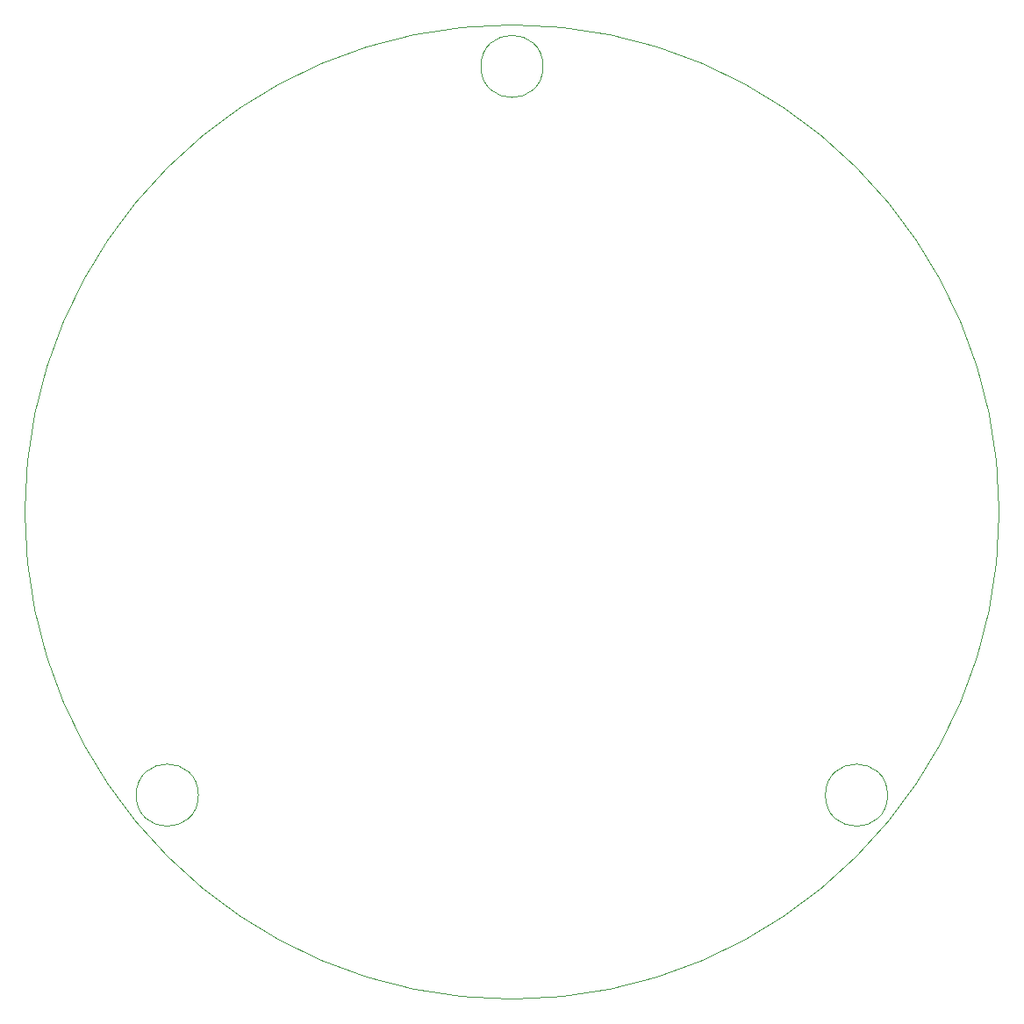
<source format=gbr>
%TF.GenerationSoftware,KiCad,Pcbnew,8.0.1*%
%TF.CreationDate,2024-06-10T20:51:31+02:00*%
%TF.ProjectId,PCB_Plaque_Basse,5043425f-506c-4617-9175-655f42617373,rev?*%
%TF.SameCoordinates,Original*%
%TF.FileFunction,Profile,NP*%
%FSLAX46Y46*%
G04 Gerber Fmt 4.6, Leading zero omitted, Abs format (unit mm)*
G04 Created by KiCad (PCBNEW 8.0.1) date 2024-06-10 20:51:31*
%MOMM*%
%LPD*%
G01*
G04 APERTURE LIST*
%TA.AperFunction,Profile*%
%ADD10C,0.100000*%
%TD*%
G04 APERTURE END LIST*
D10*
X107570000Y-124570000D02*
G75*
G02*
X101570000Y-124570000I-3000000J0D01*
G01*
X101570000Y-124570000D02*
G75*
G02*
X107570000Y-124570000I3000000J0D01*
G01*
X184830000Y-97250000D02*
G75*
G02*
X90830000Y-97250000I-47000000J0D01*
G01*
X90830000Y-97250000D02*
G75*
G02*
X184830000Y-97250000I47000000J0D01*
G01*
X140830000Y-54250000D02*
G75*
G02*
X134830000Y-54250000I-3000000J0D01*
G01*
X134830000Y-54250000D02*
G75*
G02*
X140830000Y-54250000I3000000J0D01*
G01*
X174070000Y-124570000D02*
G75*
G02*
X168070000Y-124570000I-3000000J0D01*
G01*
X168070000Y-124570000D02*
G75*
G02*
X174070000Y-124570000I3000000J0D01*
G01*
M02*

</source>
